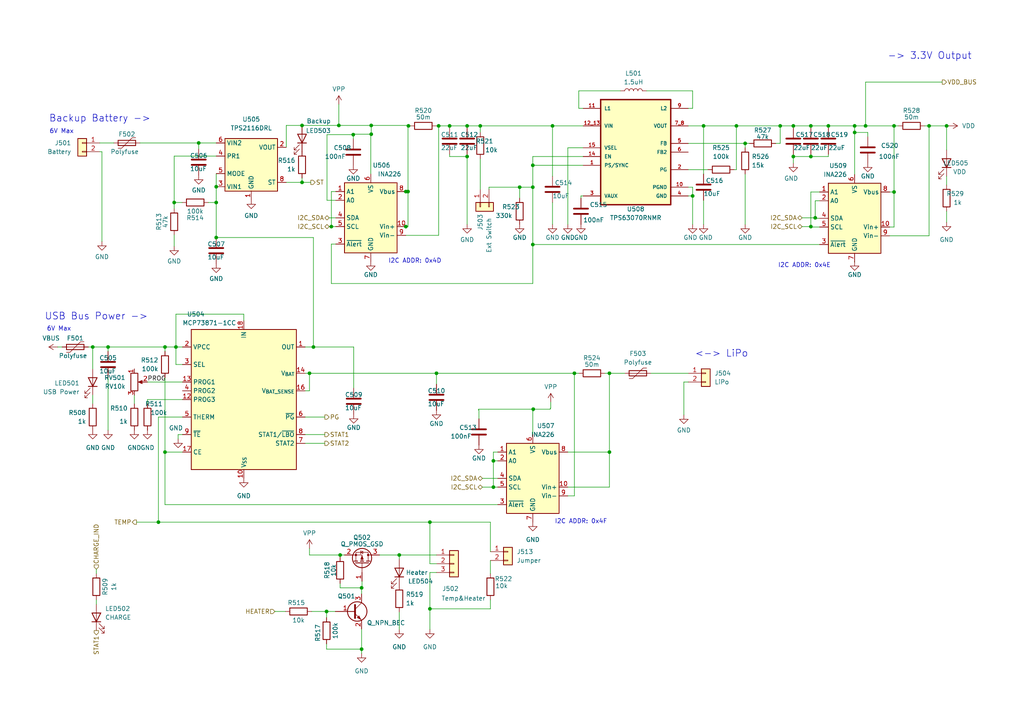
<source format=kicad_sch>
(kicad_sch (version 20231120) (generator "eeschema") (generator_version "8.0")
  (paper "A4")
  (junction (at 50.5208 58.7357))
  (junction (at 89.7638 108.2657))
  (junction (at 51.0288 100.6457))
  (junction (at 135.4838 45.4007))
  (junction (at 104.8768 188.2757))
  (junction (at 160.2488 36.5107))
  (junction (at 90.9068 100.6457))
  (junction (at 118.3388 55.5607))
  (junction (at 259.3088 36.5107))
  (junction (at 235.1788 65.7207))
  (junction (at 226.2888 36.5107))
  (junction (at 139.2938 36.5107))
  (junction (at 96.1138 65.7207))
  (junction (at 236.4488 63.1807))
  (junction (at 98.2728 36.3837))
  (junction (at 200.8888 56.8307))
  (junction (at 31.3438 100.6457))
  (junction (at 117.7038 65.7207))
  (junction (at 62.7128 58.7357))
  (junction (at 216.1288 41.5907))
  (junction (at 62.7128 68.8957))
  (junction (at 57.6328 41.4637))
  (junction (at 104.8768 170.4957))
  (junction (at 230.0988 45.4007))
  (junction (at 247.8788 38.4157))
  (junction (at 143.1038 133.6657))
  (junction (at 166.5988 108.2657))
  (junction (at 107.6708 36.3837))
  (junction (at 94.7168 177.3537))
  (junction (at 124.6888 176.5917))
  (junction (at 274.5488 36.5107))
  (junction (at 204.0638 36.5107))
  (junction (at 47.8538 131.1257))
  (junction (at 115.7988 160.9707))
  (junction (at 126.5938 108.2657))
  (junction (at 154.5338 54.2907))
  (junction (at 143.1038 141.2857))
  (junction (at 154.5338 47.9407))
  (junction (at 269.4688 36.5107))
  (junction (at 154.6608 118.6797))
  (junction (at 259.3088 55.6877))
  (junction (at 135.4838 36.5107))
  (junction (at 62.7128 54.1637))
  (junction (at 240.2588 36.5107))
  (junction (at 213.5888 36.5107))
  (junction (at 251.0538 36.5107))
  (junction (at 230.0988 36.5107))
  (junction (at 45.9488 151.4457))
  (junction (at 235.1788 45.4007))
  (junction (at 176.7588 108.2657))
  (junction (at 107.6708 38.9237))
  (junction (at 124.6888 151.4457))
  (junction (at 87.6048 52.8937))
  (junction (at 98.6538 160.9707))
  (junction (at 150.7238 54.2907))
  (junction (at 154.5338 70.9277))
  (junction (at 118.4658 36.5107))
  (junction (at 26.8988 100.6457))
  (junction (at 102.4638 39.0507))
  (junction (at 127.2288 36.5107))
  (junction (at 117.7038 55.5607))
  (junction (at 47.8538 100.6457))
  (junction (at 176.7588 131.1257))
  (junction (at 235.1788 36.5107))
  (junction (at 130.4038 36.5107))
  (junction (at 247.8788 36.5107))
  (junction (at 87.6048 36.3837))
  (wire (pts (xy 135.4838 36.5107) (xy 135.4838 37.1457)))
  (wire (pts (xy 26.8988 117.1557) (xy 26.8988 114.6157)))
  (wire (pts (xy 115.7988 182.5607) (xy 115.7988 177.4807)))
  (wire (pts (xy 200.8888 54.2907) (xy 200.8888 56.8307)))
  (wire (pts (xy 52.9338 105.7257) (xy 51.0288 105.7257)))
  (wire (pts (xy 60.4268 58.7357) (xy 62.7128 58.7357)))
  (wire (pts (xy 102.4638 38.9237) (xy 107.6708 38.9237)))
  (wire (pts (xy 164.6938 42.8607) (xy 164.6938 65.0857)))
  (wire (pts (xy 31.3438 100.6457) (xy 47.8538 100.6457)))
  (wire (pts (xy 154.5338 119.1877) (xy 154.5338 126.0457)))
  (wire (pts (xy 62.7128 68.8957) (xy 62.7128 58.7357)))
  (wire (pts (xy 52.9338 120.9657) (xy 45.9488 120.9657)))
  (wire (pts (xy 130.4038 44.7657) (xy 130.4038 45.4007)))
  (wire (pts (xy 251.0538 36.5107) (xy 259.3088 36.5107)))
  (wire (pts (xy 79.7308 177.3537) (xy 82.7788 177.3537)))
  (wire (pts (xy 251.0538 23.8107) (xy 251.0538 36.5107)))
  (wire (pts (xy 96.1138 65.7207) (xy 97.3838 65.7207)))
  (wire (pts (xy 159.7408 118.4257) (xy 159.7408 116.6477)))
  (wire (pts (xy 16.7388 100.6457) (xy 18.0088 100.6457)))
  (wire (pts (xy 166.5988 108.2657) (xy 167.8688 108.2657)))
  (wire (pts (xy 175.4888 108.2657) (xy 176.7588 108.2657)))
  (wire (pts (xy 230.0988 36.5107) (xy 235.1788 36.5107)))
  (wire (pts (xy 62.7128 58.7357) (xy 62.7128 54.1637)))
  (wire (pts (xy 159.6138 118.6797) (xy 154.6608 118.6797)))
  (wire (pts (xy 47.8538 100.6457) (xy 47.8538 101.9157)))
  (wire (pts (xy 47.8538 131.1257) (xy 47.8538 146.3657)))
  (wire (pts (xy 135.4838 45.4007) (xy 135.4838 65.0857)))
  (wire (pts (xy 274.5488 64.4507) (xy 274.5488 61.2757)))
  (wire (pts (xy 104.8768 188.2757) (xy 104.8768 182.4337)))
  (wire (pts (xy 235.1788 55.6877) (xy 235.1788 65.7207)))
  (wire (pts (xy 62.7128 45.2737) (xy 50.5208 45.2737)))
  (wire (pts (xy 29.5658 44.0037) (xy 29.5658 70.0387)))
  (wire (pts (xy 235.1788 44.7657) (xy 235.1788 45.4007)))
  (wire (pts (xy 102.5908 100.6457) (xy 102.5908 112.5837)))
  (wire (pts (xy 88.4938 100.6457) (xy 90.9068 100.6457)))
  (wire (pts (xy 50.5208 68.1337) (xy 50.5208 71.4357)))
  (wire (pts (xy 139.9288 138.7457) (xy 144.3738 138.7457)))
  (wire (pts (xy 50.5208 45.2737) (xy 50.5208 58.7357)))
  (wire (pts (xy 235.1788 45.4007) (xy 230.0988 45.4007)))
  (wire (pts (xy 118.4658 36.5107) (xy 118.9738 36.5107)))
  (wire (pts (xy 28.9308 44.0037) (xy 29.5658 44.0037)))
  (wire (pts (xy 28.9308 41.4637) (xy 32.9948 41.4637)))
  (wire (pts (xy 154.6608 118.6797) (xy 154.6608 119.1877)))
  (wire (pts (xy 95.4788 65.7207) (xy 96.1138 65.7207)))
  (wire (pts (xy 88.4938 126.0457) (xy 94.2088 126.0457)))
  (wire (pts (xy 130.4038 36.5107) (xy 135.4838 36.5107)))
  (wire (pts (xy 198.3488 120.3307) (xy 198.3488 110.8057)))
  (wire (pts (xy 117.7038 68.2607) (xy 127.2288 68.2607)))
  (wire (pts (xy 25.6288 100.6457) (xy 26.8988 100.6457)))
  (wire (pts (xy 200.8888 56.8307) (xy 200.8888 65.0857)))
  (wire (pts (xy 89.7638 108.2657) (xy 126.5938 108.2657)))
  (wire (pts (xy 118.4658 36.3837) (xy 118.4658 36.5107)))
  (wire (pts (xy 102.4638 40.3207) (xy 102.4638 39.0507)))
  (wire (pts (xy 232.6388 65.7207) (xy 235.1788 65.7207)))
  (wire (pts (xy 95.4788 63.1807) (xy 97.3838 63.1807)))
  (wire (pts (xy 90.1448 52.8937) (xy 87.6048 52.8937)))
  (wire (pts (xy 102.4638 38.9237) (xy 102.4638 39.0507)))
  (wire (pts (xy 39.5988 151.4457) (xy 45.9488 151.4457)))
  (wire (pts (xy 247.8788 36.5107) (xy 247.8788 38.4157)))
  (wire (pts (xy 236.4488 58.2277) (xy 236.4488 63.1807)))
  (wire (pts (xy 126.5938 108.2657) (xy 126.5938 111.4407)))
  (wire (pts (xy 205.3338 49.2107) (xy 199.6188 49.2107)))
  (wire (pts (xy 115.7988 160.9707) (xy 126.5938 160.9707)))
  (wire (pts (xy 52.9338 131.1257) (xy 47.8538 131.1257)))
  (wire (pts (xy 118.3388 65.7207) (xy 118.3388 55.5607)))
  (wire (pts (xy 124.6888 151.4457) (xy 142.24 151.4457)))
  (wire (pts (xy 240.2588 36.5107) (xy 240.2588 37.1457)))
  (wire (pts (xy 179.9338 26.3507) (xy 167.8688 26.3507)))
  (wire (pts (xy 176.7588 141.2857) (xy 176.7588 131.1257)))
  (wire (pts (xy 87.6048 52.8937) (xy 83.0328 52.8937)))
  (wire (pts (xy 187.5538 26.3507) (xy 200.8888 26.3507)))
  (wire (pts (xy 235.1788 36.5107) (xy 235.1788 37.1457)))
  (wire (pts (xy 247.8788 38.4157) (xy 247.8788 50.6077)))
  (wire (pts (xy 31.3438 100.6457) (xy 31.3438 101.9157)))
  (wire (pts (xy 130.4038 36.5107) (xy 130.4038 37.1457)))
  (wire (pts (xy 138.9128 118.9337) (xy 138.9128 121.4737)))
  (wire (pts (xy 139.2938 36.5107) (xy 160.2488 36.5107)))
  (wire (pts (xy 164.6938 131.1257) (xy 176.7588 131.1257)))
  (wire (pts (xy 94.7168 179.1317) (xy 94.7168 177.3537)))
  (wire (pts (xy 117.7038 55.5607) (xy 118.3388 55.5607)))
  (wire (pts (xy 216.1288 50.4807) (xy 216.1288 65.0857)))
  (wire (pts (xy 166.5988 108.2657) (xy 166.5988 143.8257)))
  (wire (pts (xy 94.8438 58.1007) (xy 94.8438 39.0507)))
  (wire (pts (xy 107.6708 38.9237) (xy 107.6708 39.3047)))
  (wire (pts (xy 240.2588 45.4007) (xy 235.1788 45.4007)))
  (wire (pts (xy 87.6048 52.8937) (xy 87.6048 51.6237)))
  (wire (pts (xy 89.7638 160.9707) (xy 98.6538 160.9707)))
  (wire (pts (xy 27.94 173.99) (xy 27.94 175.26)))
  (wire (pts (xy 107.6708 36.3837) (xy 107.6708 38.9237)))
  (wire (pts (xy 169.1388 42.8607) (xy 164.6938 42.8607)))
  (wire (pts (xy 143.1038 133.6657) (xy 143.1038 141.2857)))
  (wire (pts (xy 97.3838 70.8007) (xy 96.1138 70.8007)))
  (wire (pts (xy 259.3088 65.8477) (xy 259.3088 55.6877)))
  (wire (pts (xy 31.3438 109.5357) (xy 31.3438 124.7757)))
  (wire (pts (xy 176.7588 108.2657) (xy 181.2038 108.2657)))
  (wire (pts (xy 124.6888 176.5917) (xy 124.6888 166.0507)))
  (wire (pts (xy 204.0638 65.0857) (xy 204.0638 58.1007)))
  (wire (pts (xy 94.7168 177.3537) (xy 97.2568 177.3537)))
  (wire (pts (xy 90.9068 100.6457) (xy 102.5908 100.6457)))
  (wire (pts (xy 269.4688 36.5107) (xy 274.5488 36.5107)))
  (wire (pts (xy 251.6888 38.4157) (xy 247.8788 38.4157)))
  (wire (pts (xy 89.7638 159.0657) (xy 89.7638 160.9707)))
  (wire (pts (xy 94.2088 128.5857) (xy 88.4938 128.5857)))
  (wire (pts (xy 247.8788 36.5107) (xy 251.0538 36.5107)))
  (wire (pts (xy 200.8888 56.8307) (xy 199.6188 56.8307)))
  (wire (pts (xy 88.4938 113.3457) (xy 89.7638 113.3457)))
  (wire (pts (xy 89.7638 113.3457) (xy 89.7638 108.2657)))
  (wire (pts (xy 94.7168 188.2757) (xy 104.8768 188.2757)))
  (wire (pts (xy 98.6538 160.9707) (xy 99.9238 160.9707)))
  (wire (pts (xy 104.8768 189.5457) (xy 104.8768 188.2757)))
  (wire (pts (xy 42.7738 117.1557) (xy 42.7738 115.8857)))
  (wire (pts (xy 236.4488 63.3077) (xy 236.4488 63.1807)))
  (wire (pts (xy 154.5338 45.4007) (xy 169.1388 45.4007)))
  (wire (pts (xy 259.3088 36.5107) (xy 259.3088 55.6877)))
  (wire (pts (xy 124.6888 163.5107) (xy 124.6888 151.4457)))
  (wire (pts (xy 138.7858 118.9337) (xy 138.9128 118.9337)))
  (wire (pts (xy 115.7988 162.2407) (xy 115.7988 160.9707)))
  (wire (pts (xy 94.8438 39.0507) (xy 102.4638 39.0507)))
  (wire (pts (xy 226.2888 41.5907) (xy 226.2888 36.5107)))
  (wire (pts (xy 45.9488 120.9657) (xy 45.9488 151.4457)))
  (wire (pts (xy 199.6188 41.5907) (xy 216.1288 41.5907)))
  (wire (pts (xy 98.6538 170.4957) (xy 104.8768 170.4957)))
  (wire (pts (xy 235.1788 65.8477) (xy 235.1788 65.7207)))
  (wire (pts (xy 199.6188 54.2907) (xy 200.8888 54.2907)))
  (wire (pts (xy 118.3388 36.5107) (xy 118.4658 36.5107)))
  (wire (pts (xy 126.5938 163.5107) (xy 124.6888 163.5107)))
  (wire (pts (xy 139.2938 36.5107) (xy 139.2938 38.4157)))
  (wire (pts (xy 213.5888 36.5107) (xy 226.2888 36.5107)))
  (wire (pts (xy 130.4038 45.4007) (xy 135.4838 45.4007)))
  (wire (pts (xy 141.8338 54.9257) (xy 141.8338 54.2907)))
  (wire (pts (xy 105.0038 170.4957) (xy 105.0038 168.5907)))
  (wire (pts (xy 97.3838 55.5607) (xy 96.1138 55.5607)))
  (wire (pts (xy 273.2788 23.8107) (xy 251.0538 23.8107)))
  (wire (pts (xy 274.5488 53.6557) (xy 274.5488 51.1157)))
  (wire (pts (xy 94.7168 186.7517) (xy 94.7168 188.2757)))
  (wire (pts (xy 169.1388 47.9407) (xy 154.5338 47.9407)))
  (wire (pts (xy 199.6188 36.5107) (xy 204.0638 36.5107)))
  (wire (pts (xy 142.24 162.56) (xy 142.24 166.37)))
  (wire (pts (xy 87.6048 36.3837) (xy 98.2728 36.3837)))
  (wire (pts (xy 259.3088 36.5107) (xy 260.5788 36.5107)))
  (wire (pts (xy 96.1138 55.5607) (xy 96.1138 65.7207)))
  (wire (pts (xy 98.6538 169.2257) (xy 98.6538 170.4957)))
  (wire (pts (xy 88.4938 120.9657) (xy 94.2088 120.9657)))
  (wire (pts (xy 235.1788 65.8477) (xy 237.7188 65.8477)))
  (wire (pts (xy 159.6138 118.4257) (xy 159.6138 118.6797)))
  (wire (pts (xy 230.0988 45.4007) (xy 230.0988 44.7657)))
  (wire (pts (xy 159.6138 118.4257) (xy 159.7408 118.4257)))
  (wire (pts (xy 51.6638 127.3157) (xy 51.6638 126.0457)))
  (wire (pts (xy 240.2588 36.5107) (xy 247.8788 36.5107)))
  (wire (pts (xy 45.9488 151.4457) (xy 124.6888 151.4457)))
  (wire (pts (xy 142.24 176.5917) (xy 142.24 173.99)))
  (wire (pts (xy 139.9288 141.2857) (xy 143.1038 141.2857)))
  (wire (pts (xy 117.7038 65.7207) (xy 118.3388 65.7207)))
  (wire (pts (xy 269.4688 68.3877) (xy 269.4688 36.5107)))
  (wire (pts (xy 51.6638 126.0457) (xy 52.9338 126.0457)))
  (wire (pts (xy 274.5488 36.5107) (xy 275.1838 36.5107)))
  (wire (pts (xy 268.1988 36.5107) (xy 269.4688 36.5107)))
  (wire (pts (xy 83.0328 36.3837) (xy 87.6048 36.3837)))
  (wire (pts (xy 107.5438 39.3047) (xy 107.5438 50.4807)))
  (wire (pts (xy 164.6938 143.8257) (xy 166.5988 143.8257)))
  (wire (pts (xy 188.8238 108.2657) (xy 199.6188 108.2657)))
  (wire (pts (xy 138.7858 118.9337) (xy 138.7858 118.6797)))
  (wire (pts (xy 141.8338 54.2907) (xy 150.7238 54.2907)))
  (wire (pts (xy 135.4838 44.7657) (xy 135.4838 45.4007)))
  (wire (pts (xy 240.2588 44.7657) (xy 240.2588 45.4007)))
  (wire (pts (xy 204.0638 36.5107) (xy 213.5888 36.5107)))
  (wire (pts (xy 200.8888 31.4307) (xy 199.6188 31.4307)))
  (wire (pts (xy 51.0288 105.7257) (xy 51.0288 100.6457)))
  (wire (pts (xy 98.2728 36.3837) (xy 107.6708 36.3837)))
  (wire (pts (xy 225.0188 41.5907) (xy 226.2888 41.5907)))
  (wire (pts (xy 198.3488 110.8057) (xy 199.6188 110.8057)))
  (wire (pts (xy 164.6938 141.2857) (xy 176.7588 141.2857)))
  (wire (pts (xy 47.8538 146.3657) (xy 144.3738 146.3657)))
  (wire (pts (xy 167.8688 31.4307) (xy 169.1388 31.4307)))
  (wire (pts (xy 230.0988 36.5107) (xy 230.0988 37.1457)))
  (wire (pts (xy 47.8538 109.5357) (xy 47.8538 131.1257)))
  (wire (pts (xy 212.9538 49.2107) (xy 213.5888 49.2107)))
  (wire (pts (xy 258.0388 65.8477) (xy 259.3088 65.8477)))
  (wire (pts (xy 107.6708 39.3047) (xy 107.5438 39.3047)))
  (wire (pts (xy 70.7138 91.1207) (xy 70.7138 93.0257)))
  (wire (pts (xy 143.1038 133.6657) (xy 143.1038 131.1257)))
  (wire (pts (xy 124.6888 182.5607) (xy 124.6888 176.5917)))
  (wire (pts (xy 127.2288 68.2607) (xy 127.2288 36.5107)))
  (wire (pts (xy 97.3838 58.1007) (xy 94.8438 58.1007)))
  (wire (pts (xy 104.8768 170.4957) (xy 105.0038 170.4957)))
  (wire (pts (xy 126.5938 36.5107) (xy 127.2288 36.5107)))
  (wire (pts (xy 154.5338 82.2307) (xy 154.5338 70.9277)))
  (wire (pts (xy 42.7738 110.8057) (xy 52.9338 110.8057)))
  (wire (pts (xy 154.5338 47.9407) (xy 154.5338 54.2907)))
  (wire (pts (xy 154.6608 119.1877) (xy 154.5338 119.1877)))
  (wire (pts (xy 160.2488 36.5107) (xy 169.1388 36.5107)))
  (wire (pts (xy 96.1138 82.2307) (xy 154.5338 82.2307)))
  (wire (pts (xy 98.6538 160.9707) (xy 98.6538 161.6057)))
  (wire (pts (xy 213.5888 49.2107) (xy 213.5888 36.5107)))
  (wire (pts (xy 160.2488 58.7357) (xy 160.2488 65.0857)))
  (wire (pts (xy 96.1138 70.8007) (xy 96.1138 82.2307)))
  (wire (pts (xy 124.6888 176.5917) (xy 142.24 176.5917)))
  (wire (pts (xy 143.1038 141.2857) (xy 144.3738 141.2857)))
  (wire (pts (xy 83.0328 42.7337) (xy 83.0328 36.3837)))
  (wire (pts (xy 160.2488 51.1157) (xy 160.2488 36.5107)))
  (wire (pts (xy 107.6708 36.3837) (xy 118.4658 36.3837)))
  (wire (pts (xy 168.5038 57.4657) (xy 168.5038 56.8307)))
  (wire (pts (xy 154.5338 45.4007) (xy 154.5338 47.9407)))
  (wire (pts (xy 247.8788 76.0077) (xy 247.8788 75.8807)))
  (wire (pts (xy 47.8538 100.6457) (xy 51.0288 100.6457)))
  (wire (pts (xy 50.5208 58.7357) (xy 50.5208 60.5137)))
  (wire (pts (xy 235.1788 55.6877) (xy 237.7188 55.6877)))
  (wire (pts (xy 124.6888 166.0507) (xy 126.5938 166.0507)))
  (wire (pts (xy 57.6328 41.4637) (xy 57.6328 43.2417)))
  (wire (pts (xy 26.8988 100.6457) (xy 26.8988 106.9957)))
  (wire (pts (xy 150.7238 54.2907) (xy 154.5338 54.2907)))
  (wire (pts (xy 42.7738 115.8857) (xy 52.9338 115.8857)))
  (wire (pts (xy 138.7858 118.6797) (xy 154.6608 118.6797)))
  (wire (pts (xy 51.0288 91.1207) (xy 51.0288 100.6457)))
  (wire (pts (xy 144.3738 133.6657) (xy 143.1038 133.6657)))
  (wire (pts (xy 27.94 165.1) (xy 27.94 166.37)))
  (wire (pts (xy 143.1038 131.1257) (xy 144.3738 131.1257)))
  (wire (pts (xy 88.4938 108.2657) (xy 89.7638 108.2657)))
  (wire (pts (xy 200.8888 26.3507) (xy 200.8888 31.4307)))
  (wire (pts (xy 90.9068 68.8957) (xy 90.9068 100.6457)))
  (wire (pts (xy 168.5038 56.8307) (xy 169.1388 56.8307)))
  (wire (pts (xy 50.5208 58.7357) (xy 52.8068 58.7357)))
  (wire (pts (xy 139.2938 46.0357) (xy 139.2938 54.9257)))
  (wire (pts (xy 230.0988 45.4007) (xy 230.0988 47.3057)))
  (wire (pts (xy 251.6888 39.6857) (xy 251.6888 38.4157)))
  (wire (pts (xy 235.1788 36.5107) (xy 240.2588 36.5107)))
  (wire (pts (xy 167.8688 26.3507) (xy 167.8688 31.4307)))
  (wire (pts (xy 117.0688 55.5607) (xy 117.7038 55.5607)))
  (wire (pts (xy 237.7188 58.2277) (xy 236.4488 58.2277)))
  (wire (pts (xy 40.6148 41.4637) (xy 57.6328 41.4637)))
  (wire (pts (xy 142.24 151.4457) (xy 142.24 160.02)))
  (wire (pts (xy 176.7588 131.1257) (xy 176.7588 108.2657)))
  (wire (pts (xy 216.1288 42.8607) (xy 216.1288 41.5907)))
  (wire (pts (xy 216.1288 41.5907) (xy 217.3988 41.5907)))
  (wire (pts (xy 98.2728 30.2877) (xy 98.2728 36.3837)))
  (wire (pts (xy 154.5338 70.9277) (xy 237.7188 70.9277)))
  (wire (pts (xy 236.4488 63.3077) (xy 237.7188 63.3077)))
  (wire (pts (xy 117.0688 65.7207) (xy 117.7038 65.7207)))
  (wire (pts (xy 104.8768 170.4957) (xy 104.8768 172.2737)))
  (wire (pts (xy 26.8988 100.6457) (xy 31.3438 100.6457)))
  (wire (pts (xy 232.6388 63.1807) (xy 236.4488 63.1807)))
  (wire (pts (xy 154.5338 54.2907) (xy 154.5338 70.9277)))
  (wire (pts (xy 57.6328 41.4637) (xy 62.7128 41.4637)))
  (wire (pts (xy 258.0388 55.6877) (xy 259.3088 55.6877)))
  (wire (pts (xy 62.7128 50.3537) (xy 62.7128 54.1637)))
  (wire (pts (xy 51.0288 100.6457) (xy 52.9338 100.6457)))
  (wire (pts (xy 90.3988 177.3537) (xy 94.7168 177.3537)))
  (wire (pts (xy 150.7238 54.2907) (xy 150.7238 57.4657)))
  (wire (pts (xy 135.4838 36.5107) (xy 139.2938 36.5107)))
  (wire (pts (xy 274.5488 36.5107) (xy 274.5488 43.4957)))
  (wire (pts (xy 204.0638 36.5107) (xy 204.0638 50.4807)))
  (wire (pts (xy 110.0838 160.9707) (xy 115.7988 160.9707)))
  (wire (pts (xy 38.9638 117.1557) (xy 38.9638 114.6157)))
  (wire (pts (xy 226.2888 36.5107) (xy 230.0988 36.5107)))
  (wire (pts (xy 127.2288 36.5107) (xy 130.4038 36.5107)))
  (wire (pts (xy 62.7128 68.8957) (xy 90.9068 68.8957)))
  (wire (pts (xy 126.5938 108.2657) (xy 166.5988 108.2657)))
  (wire (pts (xy 258.0388 68.3877) (xy 269.4688 68.3877)))
  (wire (pts (xy 70.7138 91.1207) (xy 51.0288 91.1207)))
  (wire (pts (xy 118.3388 36.5107) (xy 118.3388 55.5607)))
  (text "6V Max" (at 13.5638 96.2007 0) (effects (font (size 1.27 1.27)) (justify left bottom)))
  (text "6V Max" (at 14.3258 38.9237 0) (effects (font (size 1.27 1.27)) (justify left bottom)))
  (text "I2C ADDR: 0x4D" (at 112.6238 76.5157 0) (effects (font (size 1.27 1.27)) (justify left bottom)))
  (text "-> 3.3V Output" (at 257.4038 17.4607 0) (effects (font (size 2 2)) (justify left bottom)))
  (text "Backup Battery ->" (at 14.1988 35.6217 0) (effects (font (size 2 2)) (justify left bottom)))
  (text "USB Bus Power ->" (at 12.9288 93.0257 0) (effects (font (size 2 2)) (justify left bottom)))
  (text "I2C ADDR: 0x4E" (at 225.6538 77.7857 0) (effects (font (size 1.27 1.27)) (justify left bottom)))
  (text "<-> LiPo" (at 201.5238 103.8207 0) (effects (font (size 2 2)) (justify left bottom)))
  (text "I2C ADDR: 0x4F" (at 160.8838 152.0807 0) (effects (font (size 1.27 1.27)) (justify left bottom)))
  (label "PROG" (at 42.7738 110.8057 0))
  (hierarchical_label "VDD_BUS" (shape output) (at 273.2788 23.8107 0))
  (hierarchical_label "I2C_SDA" (shape bidirectional) (at 95.4788 63.1807 180))
  (hierarchical_label "STAT2" (shape output) (at 94.2088 128.5857 0))
  (hierarchical_label "TEMP" (shape output) (at 39.5988 151.4457 180))
  (hierarchical_label "CHARGE_IND" (shape input) (at 27.94 165.1 90))
  (hierarchical_label "I2C_SDA" (shape bidirectional) (at 139.9288 138.7457 180))
  (hierarchical_label "I2C_SDA" (shape bidirectional) (at 232.6388 63.1807 180))
  (hierarchical_label "PG" (shape output) (at 94.2088 120.9657 0))
  (hierarchical_label "STAT1" (shape output) (at 27.94 182.88 270))
  (hierarchical_label "STAT1" (shape output) (at 94.2088 126.0457 0))
  (hierarchical_label "ST" (shape output) (at 90.1448 52.8937 0))
  (hierarchical_label "I2C_SCL" (shape bidirectional) (at 232.6388 65.7207 180))
  (hierarchical_label "I2C_SCL" (shape bidirectional) (at 95.4788 65.7207 180))
  (hierarchical_label "I2C_SCL" (shape bidirectional) (at 139.9288 141.2857 180))
  (hierarchical_label "HEATER" (shape input) (at 79.7308 177.3537 180))
  (symbol (lib_id "Device:C") (at 130.4038 40.9557 0) (unit 1)
    (property "Reference" "C511" (at 127.8638 39.0507 0) (effects (justify left)))
    (property "Value" "22uF" (at 127.8638 42.8607 0) (effects (justify left)))
    (property "Footprint" "Capacitor_SMD:C_0805_2012Metric" (effects (hide yes)))
    (property "LCSC" "C45783" (effects (hide yes)))
    (instances (project "MissionBus" (path "" (reference "C511") (unit 1))) (project "MissionBus" (path "" (reference "C2807") (unit 1))))
  )
  (symbol (lib_id "Sensor_Energy:INA226") (at 154.5338 138.7457 0) (mirror y) (unit 1)
    (property "Reference" "U507" (at 160.8838 123.5057 0) (effects (justify left)))
    (property "Value" "INA226" (at 160.8838 126.0457 0) (effects (justify left)))
    (property "Footprint" "Package_SO:VSSOP-10_3x3mm_P0.5mm" (effects (hide yes)))
    (property "Datasheet" "http://www.ti.com/lit/ds/symlink/ina226.pdf" (effects (hide yes)))
    (property "LCSC" "C49851" (effects (hide yes)))
    (instances (project "MissionBus" (path "" (reference "U507") (unit 1))) (project "MissionBus" (path "" (reference "U2804") (unit 1))))
  )
  (symbol (lib_id "Sensor_Energy:INA226") (at 247.8788 63.3077 0) (mirror y) (unit 1)
    (property "Reference" "U509" (at 245.6847 48.0677 0) (effects (justify left)))
    (property "Value" "INA226" (at 245.6847 50.6077 0) (effects (justify left)))
    (property "Footprint" "Package_SO:VSSOP-10_3x3mm_P0.5mm" (effects (hide yes)))
    (property "Datasheet" "http://www.ti.com/lit/ds/symlink/ina226.pdf" (effects (hide yes)))
    (property "LCSC" "C49851" (effects (hide yes)))
    (instances (project "MissionBus" (path "" (reference "U509") (unit 1))) (project "MissionBus" (path "" (reference "U2806") (unit 1))))
  )
  (symbol (lib_id "Device:C") (at 230.0988 40.9557 0) (unit 1)
    (property "Reference" "C517" (at 230.7338 39.0507 0) (effects (justify left)))
    (property "Value" "22uF" (at 230.0988 42.8607 0) (effects (justify left)))
    (property "Footprint" "Capacitor_SMD:C_0805_2012Metric" (effects (hide yes)))
    (property "LCSC" "C45783" (effects (hide yes)))
    (instances (project "MissionBus" (path "" (reference "C517") (unit 1))) (project "MissionBus" (path "" (reference "C2813") (unit 1))))
  )
  (symbol (lib_id "power:GND") (at 42.7738 124.7757 0) (unit 1)
    (property "Reference" "#PWR0528" (effects (hide yes)))
    (property "Value" "GND" (at 42.7738 129.8557 0))
    (instances (project "MissionBus" (path "" (reference "#PWR0528") (unit 1))) (project "MissionBus" (path "" (reference "#PWR02806") (unit 1))))
  )
  (symbol (lib_id "power:GND") (at 38.9638 124.7757 0) (unit 1)
    (property "Reference" "#PWR0527" (effects (hide yes)))
    (property "Value" "GND" (at 38.9638 129.8557 0))
    (instances (project "MissionBus" (path "" (reference "#PWR0527") (unit 1))) (project "MissionBus" (path "" (reference "#PWR02805") (unit 1))))
  )
  (symbol (lib_id "Device:R") (at 42.7738 120.9657 0) (mirror y) (unit 1)
    (property "Reference" "R511" (at 47.2188 117.1557 0) (effects (justify left)))
    (property "Value" "100k" (at 48.4888 119.6957 0) (effects (justify left)))
    (property "Footprint" "Resistor_SMD:R_0402_1005Metric" (effects (hide yes)))
    (property "LCSC" "C25741" (effects (hide yes)))
    (instances (project "MissionBus" (path "" (reference "R511") (unit 1))) (project "MissionBus" (path "" (reference "R2804") (unit 1))))
  )
  (symbol (lib_id "Power_Management:TPS2116DRL") (at 72.8728 47.8137 0) (unit 1)
    (property "Reference" "U505" (at 72.8728 34.6057 0))
    (property "Value" "TPS2116DRL" (at 72.8728 37.1457 0))
    (property "Footprint" "Package_TO_SOT_SMD:SOT-583-8" (effects (hide yes)))
    (property "Datasheet" "https://www.ti.com/lit/ds/symlink/tps2116.pdf" (effects (hide yes)))
    (property "Description" "2 Channnels Power Mux with Manual and Priority Switchover, 1.6-5.5V Input Voltage, 2.5A Output Current, Ron 40 mOhm, SOT-583-8" (effects (hide yes)))
    (property "LCSC" "C3235557" (effects (hide yes)))
    (instances (project "MissionBus" (path "" (reference "U505") (unit 1))) (project "MissionBus" (path "" (reference "U2802") (unit 1))))
  )
  (symbol (lib_id "Device:C") (at 251.6888 43.4957 0) (unit 1)
    (property "Reference" "C520" (at 255.4988 42.2257 0) (effects (justify left)))
    (property "Value" "100nF" (at 254.8638 45.4007 0) (effects (justify left)))
    (property "Footprint" "Capacitor_SMD:C_0402_1005Metric" (effects (hide yes)))
    (property "LCSC" "C1525" (effects (hide yes)))
    (instances (project "MissionBus" (path "" (reference "C520") (unit 1))) (project "MissionBus" (path "" (reference "C2816") (unit 1))))
  )
  (symbol (lib_id "power:VPP") (at 98.2728 30.2877 0) (unit 1)
    (property "Reference" "#PWR0536" (effects (hide yes)))
    (property "Value" "VPP" (at 98.2728 25.8427 0))
    (instances (project "MissionBus" (path "" (reference "#PWR0536") (unit 1))) (project "MissionBus" (path "" (reference "#PWR02814") (unit 1))))
  )
  (symbol (lib_id "Device:C") (at 138.9128 125.2837 0) (unit 1)
    (property "Reference" "C513" (at 133.1978 124.0137 0) (effects (justify left)))
    (property "Value" "100nF" (at 130.6578 126.5537 0) (effects (justify left)))
    (property "Footprint" "Capacitor_SMD:C_0402_1005Metric" (effects (hide yes)))
    (property "LCSC" "C1525" (effects (hide yes)))
    (instances (project "MissionBus" (path "" (reference "C513") (unit 1))) (project "MissionBus" (path "" (reference "C2809") (unit 1))))
  )
  (symbol (lib_name "GND_1") (lib_id "power:GND") (at 50.5208 71.4357 0) (unit 1)
    (property "Reference" "#PWR0529" (effects (hide yes)))
    (property "Value" "GND" (at 50.5208 75.7537 0))
    (property "Description" "Power symbol creates a global label with name \"GND\" , ground" (effects (hide yes)))
    (instances (project "MissionBus" (path "" (reference "#PWR0529") (unit 1))) (project "MissionBus" (path "" (reference "#PWR02807") (unit 1))))
  )
  (symbol (lib_id "Device:R") (at 122.7838 36.5107 90) (unit 1)
    (property "Reference" "R520" (at 122.7838 32.0657 90))
    (property "Value" "50m" (at 122.7838 33.9707 90))
    (property "Footprint" "Resistor_SMD:R_0805_2012Metric" (effects (hide yes)))
    (property "LCSC" "C247602" (effects (hide yes)))
    (instances (project "MissionBus" (path "" (reference "R520") (unit 1))) (project "MissionBus" (path "" (reference "R2813") (unit 1))))
  )
  (symbol (lib_id "power:GND") (at 104.8768 189.5457 0) (unit 1)
    (property "Reference" "#PWR0539" (effects (hide yes)))
    (property "Value" "GND" (at 104.8768 194.6257 0))
    (instances (project "MissionBus" (path "" (reference "#PWR0539") (unit 1))) (project "MissionBus" (path "" (reference "#PWR02817") (unit 1))))
  )
  (symbol (lib_id "power:GND") (at 160.2488 65.0857 0) (unit 1)
    (property "Reference" "#PWR0549" (effects (hide yes)))
    (property "Value" "GND" (at 160.2488 68.8957 0))
    (instances (project "MissionBus" (path "" (reference "#PWR0549") (unit 1))) (project "MissionBus" (path "" (reference "#PWR02827") (unit 1))))
  )
  (symbol (lib_id "Battery_Management:MCP73871-1CC") (at 70.7138 115.8857 0) (unit 1)
    (property "Reference" "U504" (at 54.2038 91.1207 0) (effects (justify left)))
    (property "Value" "MCP73871-1CC" (at 52.9338 93.6607 0) (effects (justify left)))
    (property "Footprint" "Package_DFN_QFN:QFN-20-1EP_4x4mm_P0.5mm_EP2.5x2.5mm" (effects (hide yes)))
    (property "Datasheet" "http://www.mouser.com/ds/2/268/22090a-52174.pdf" (effects (hide yes)))
    (property "LCSC" " C511310" (effects (hide yes)))
    (instances (project "MissionBus" (path "" (reference "U504") (unit 1))) (project "MissionBus" (path "" (reference "U2801") (unit 1))))
  )
  (symbol (lib_name "GND_1") (lib_id "power:GND") (at 57.6328 50.8617 0) (unit 1)
    (property "Reference" "#PWR0531" (effects (hide yes)))
    (property "Value" "GND" (at 57.6328 55.1797 0))
    (property "Description" "Power symbol creates a global label with name \"GND\" , ground" (effects (hide yes)))
    (instances (project "MissionBus" (path "" (reference "#PWR0531") (unit 1))) (project "MissionBus" (path "" (reference "#PWR02809") (unit 1))))
  )
  (symbol (lib_id "Device:C") (at 62.7128 72.7057 0) (unit 1)
    (property "Reference" "C507" (at 60.1728 70.8007 0) (effects (justify left)))
    (property "Value" "10uF" (at 60.1728 74.6107 0) (effects (justify left)))
    (property "Footprint" "Capacitor_SMD:C_0603_1608Metric" (effects (hide yes)))
    (property "LCSC" "C96446" (effects (hide yes)))
    (instances (project "MissionBus" (path "" (reference "C507") (unit 1))) (project "MissionBus" (path "" (reference "C2803") (unit 1))))
  )
  (symbol (lib_id "power:GND") (at 274.5488 64.4507 0) (unit 1)
    (property "Reference" "#PWR0559" (effects (hide yes)))
    (property "Value" "GND" (at 274.5488 69.5307 0))
    (instances (project "MissionBus" (path "" (reference "#PWR0559") (unit 1))) (project "MissionBus" (path "" (reference "#PWR02837") (unit 1))))
  )
  (symbol (lib_id "Connector_Generic:Conn_01x03") (at 131.6738 163.5107 0) (unit 1)
    (property "Reference" "J502" (at 128.2448 170.7497 0) (effects (justify left)))
    (property "Value" "Temp&Heater" (at 127.9908 173.5437 0) (effects (justify left)))
    (property "Footprint" "Connector_JST:JST_PH_B3B-PH-K_1x03_P2.00mm_Vertical" (effects (hide yes)))
    (instances (project "MissionBus" (path "" (reference "J502") (unit 1))) (project "MissionBus" (path "" (reference "J2802") (unit 1))))
  )
  (symbol (lib_id "Device:Q_NPN_BEC") (at 102.3368 177.3537 0) (unit 1)
    (property "Reference" "Q501" (at 97.8918 172.9087 0) (effects (justify left)))
    (property "Value" "Q_NPN_BEC" (at 106.4008 180.6557 0) (effects (justify left)))
    (property "Footprint" "Package_TO_SOT_SMD:SOT-23" (effects (hide yes)))
    (property "LCSC" "C20526" (effects (hide yes)))
    (instances (project "MissionBus" (path "" (reference "Q501") (unit 1))) (project "MissionBus" (path "" (reference "Q2801") (unit 1))))
  )
  (symbol (lib_id "power:GND") (at 124.6888 182.5607 0) (unit 1)
    (property "Reference" "#PWR0542" (effects (hide yes)))
    (property "Value" "GND" (at 124.6888 187.6407 0))
    (instances (project "MissionBus" (path "" (reference "#PWR0542") (unit 1))) (project "MissionBus" (path "" (reference "#PWR02820") (unit 1))))
  )
  (symbol (lib_id "Device:C") (at 102.5908 116.3937 0) (unit 1)
    (property "Reference" "C509" (at 100.0508 114.4887 0) (effects (justify left)))
    (property "Value" "10uF" (at 100.0508 118.2987 0) (effects (justify left)))
    (property "Footprint" "Capacitor_SMD:C_0603_1608Metric" (effects (hide yes)))
    (property "LCSC" "C96446" (effects (hide yes)))
    (instances (project "MissionBus" (path "" (reference "C509") (unit 1))) (project "MissionBus" (path "" (reference "C2805") (unit 1))))
  )
  (symbol (lib_id "Device:C") (at 240.2588 40.9557 0) (unit 1)
    (property "Reference" "C519" (at 240.8938 39.0507 0) (effects (justify left)))
    (property "Value" "22uF" (at 240.2588 42.8607 0) (effects (justify left)))
    (property "Footprint" "Capacitor_SMD:C_0805_2012Metric" (effects (hide yes)))
    (property "LCSC" "C45783" (effects (hide yes)))
    (instances (project "MissionBus" (path "" (reference "C519") (unit 1))) (project "MissionBus" (path "" (reference "C2815") (unit 1))))
  )
  (symbol (lib_id "Device:LED") (at 27.94 179.07 90) (unit 1)
    (property "Reference" "LED502" (at 30.48 176.53 90) (effects (justify right)))
    (property "Value" "CHARGE" (at 30.48 179.07 90) (effects (justify right)))
    (property "Footprint" "LED_SMD:LED_0805_2012Metric" (effects (hide yes)))
    (property "LCSC" "C2296" (effects (hide yes)))
    (instances (project "MissionBus" (path "" (reference "LED502") (unit 1))) (project "MissionBus" (path "" (reference "LED2802") (unit 1))))
  )
  (symbol (lib_id "power:GND") (at 31.3438 124.7757 0) (unit 1)
    (property "Reference" "#PWR0526" (effects (hide yes)))
    (property "Value" "GND" (at 31.3438 129.8557 0))
    (instances (project "MissionBus" (path "" (reference "#PWR0526") (unit 1))) (project "MissionBus" (path "" (reference "#PWR02804") (unit 1))))
  )
  (symbol (lib_id "power:GND") (at 115.7988 182.5607 0) (unit 1)
    (property "Reference" "#PWR0541" (effects (hide yes)))
    (property "Value" "GND" (at 115.7988 187.6407 0))
    (instances (project "MissionBus" (path "" (reference "#PWR0541") (unit 1))) (project "MissionBus" (path "" (reference "#PWR02819") (unit 1))))
  )
  (symbol (lib_id "Device:C") (at 102.4638 44.1307 0) (unit 1)
    (property "Reference" "C508" (at 96.7488 42.8607 0) (effects (justify left)))
    (property "Value" "100nF" (at 94.2088 45.4007 0) (effects (justify left)))
    (property "Footprint" "Capacitor_SMD:C_0402_1005Metric" (effects (hide yes)))
    (property "LCSC" "C1525" (effects (hide yes)))
    (instances (project "MissionBus" (path "" (reference "C508") (unit 1))) (project "MissionBus" (path "" (reference "C2804") (unit 1))))
  )
  (symbol (lib_id "Device:LED") (at 26.8988 110.8057 270) (mirror x) (unit 1)
    (property "Reference" "LED501" (at 23.0888 111.1232 90) (effects (justify right)))
    (property "Value" "USB Power" (at 23.0888 113.6632 90) (effects (justify right)))
    (property "Footprint" "LED_SMD:LED_0805_2012Metric" (effects (hide yes)))
    (property "LCSC" "C2297" (effects (hide yes)))
    (instances (project "MissionBus" (path "" (reference "LED501") (unit 1))) (project "MissionBus" (path "" (reference "LED2801") (unit 1))))
  )
  (symbol (lib_id "power:GND") (at 251.6888 47.3057 0) (unit 1)
    (property "Reference" "#PWR0558" (effects (hide yes)))
    (property "Value" "GND" (at 251.6888 51.1157 0))
    (instances (project "MissionBus" (path "" (reference "#PWR0558") (unit 1))) (project "MissionBus" (path "" (reference "#PWR02836") (unit 1))))
  )
  (symbol (lib_id "WOBCLibrary:TPS63070RNMR") (at 184.3788 44.1307 0) (unit 1)
    (property "Reference" "U508" (at 184.3788 60.6407 0))
    (property "Value" "TPS63070RNMR" (at 184.3788 63.1807 0))
    (property "Footprint" "WOBCLibrary:VREG_TPS63070RNMR" (effects (hide yes)))
    (property "Description" "Wide input voltage (2V-16V) buck-boost converter" (effects (hide yes)))
    (property "MF" "Texas Instruments" (effects (hide yes)))
    (property "Package" "VQFN-HR-15 Texas Instruments" (effects (hide yes)))
    (property "Price" "None" (effects (hide yes)))
    (property "SnapEDA_Link" "https://www.snapeda.com/parts/TPS63070RNMR/Texas+Instruments/view-part/?ref=snap" (effects (hide yes)))
    (property "MP" "TPS63070RNMR" (effects (hide yes)))
    (property "Purchase-URL" "https://www.snapeda.com/api/url_track_click_mouser/?unipart_id=583017&manufacturer=Texas Instruments&part_name=TPS63070RNMR&search_term=None" (effects (hide yes)))
    (property "Availability" "In Stock" (effects (hide yes)))
    (property "Check_prices" "https://www.snapeda.com/parts/TPS63070RNMR/Texas+Instruments/view-part/?ref=eda" (effects (hide yes)))
    (property "LCSC" "C109322" (effects (hide yes)))
    (instances (project "MissionBus" (path "" (reference "U508") (unit 1))) (project "MissionBus" (path "" (reference "U2805") (unit 1))))
  )
  (symbol (lib_id "Device:Polyfuse") (at 36.8048 41.4637 90) (unit 1)
    (property "Reference" "F502" (at 36.8048 38.9237 90))
    (property "Value" "Polyfuse" (at 36.1698 44.0037 90))
    (property "Footprint" "Fuse:Fuse_1206_3216Metric" (effects (hide yes)))
    (property "Description" "Resettable fuse, polymeric positive temperature coefficient" (effects (hide yes)))
    (property "LCSC" " C883133" (effects (hide yes)))
    (instances (project "MissionBus" (path "" (reference "F502") (unit 1))) (project "MissionBus" (path "" (reference "F2802") (unit 1))))
  )
  (symbol (lib_id "Device:R") (at 86.5888 177.3537 270) (unit 1)
    (property "Reference" "R515" (at 85.9538 174.8137 90))
    (property "Value" "10k" (at 86.5888 179.8937 90))
    (property "Footprint" "Resistor_SMD:R_0402_1005Metric" (effects (hide yes)))
    (property "LCSC" "C25744" (effects (hide yes)))
    (instances (project "MissionBus" (path "" (reference "R515") (unit 1))) (project "MissionBus" (path "" (reference "R2808") (unit 1))))
  )
  (symbol (lib_id "Connector_Generic:Conn_01x02") (at 147.32 160.02 0) (unit 1)
    (property "Reference" "J513" (at 149.86 160.0199 0) (effects (justify left)))
    (property "Value" "Jumper" (at 149.86 162.5599 0) (effects (justify left)))
    (property "Footprint" "Connector_PinHeader_1.27mm:PinHeader_1x02_P1.27mm_Vertical" (effects (hide yes)))
    (property "Description" "Generic connector, single row, 01x02, script generated (kicad-library-utils/schlib/autogen/connector/)" (effects (hide yes)))
    (instances (project "MissionBus" (path "" (reference "J513") (unit 1))) (project "MissionBus" (path "" (reference "J2804") (unit 1))))
  )
  (symbol (lib_id "power:GND") (at 154.5338 151.4457 0) (unit 1)
    (property "Reference" "#PWR0547" (effects (hide yes)))
    (property "Value" "GND" (at 154.5338 156.5257 0))
    (instances (project "MissionBus" (path "" (reference "#PWR0547") (unit 1))) (project "MissionBus" (path "" (reference "#PWR02825") (unit 1))))
  )
  (symbol (lib_id "Device:R") (at 221.2088 41.5907 90) (unit 1)
    (property "Reference" "R527" (at 221.2088 37.7807 90))
    (property "Value" "47k" (at 221.2088 39.6857 90))
    (property "Footprint" "Resistor_SMD:R_0402_1005Metric" (effects (hide yes)))
    (property "LCSC" "C25792" (effects (hide yes)))
    (instances (project "MissionBus" (path "" (reference "R527") (unit 1))) (project "MissionBus" (path "" (reference "R2820") (unit 1))))
  )
  (symbol (lib_id "Device:C") (at 168.5038 61.2757 0) (unit 1)
    (property "Reference" "C515" (at 171.0438 59.3707 0) (effects (justify left)))
    (property "Value" "100nF" (at 169.1388 63.8157 0) (effects (justify left)))
    (property "Footprint" "Capacitor_SMD:C_0402_1005Metric" (effects (hide yes)))
    (property "LCSC" "C1525" (effects (hide yes)))
    (instances (project "MissionBus" (path "" (reference "C515") (unit 1))) (project "MissionBus" (path "" (reference "C2811") (unit 1))))
  )
  (symbol (lib_id "power:GND") (at 150.7238 65.0857 0) (unit 1)
    (property "Reference" "#PWR0546" (effects (hide yes)))
    (property "Value" "GND" (at 150.7238 68.8957 0))
    (instances (project "MissionBus" (path "" (reference "#PWR0546") (unit 1))) (project "MissionBus" (path "" (reference "#PWR02824") (unit 1))))
  )
  (symbol (lib_id "power:GND") (at 138.9128 129.0937 0) (unit 1)
    (property "Reference" "#PWR0545" (effects (hide yes)))
    (property "Value" "GND" (at 138.9128 132.9037 0))
    (instances (project "MissionBus" (path "" (reference "#PWR0545") (unit 1))) (project "MissionBus" (path "" (reference "#PWR02823") (unit 1))))
  )
  (symbol (lib_id "Device:R") (at 47.8538 105.7257 0) (mirror y) (unit 1)
    (property "Reference" "R512" (at 45.9488 104.4557 0) (effects (justify left)))
    (property "Value" "100k" (at 45.9488 106.9957 0) (effects (justify left)))
    (property "Footprint" "Resistor_SMD:R_0402_1005Metric" (effects (hide yes)))
    (property "LCSC" "C25741" (effects (hide yes)))
    (instances (project "MissionBus" (path "" (reference "R512") (unit 1))) (project "MissionBus" (path "" (reference "R2805") (unit 1))))
  )
  (symbol (lib_id "power:GND") (at 135.4838 65.0857 0) (unit 1)
    (property "Reference" "#PWR0544" (effects (hide yes)))
    (property "Value" "GND" (at 135.4838 69.5307 0))
    (instances (project "MissionBus" (path "" (reference "#PWR0544") (unit 1))) (project "MissionBus" (path "" (reference "#PWR02822") (unit 1))))
  )
  (symbol (lib_id "Device:C") (at 160.2488 54.9257 0) (unit 1)
    (property "Reference" "C514" (at 160.8838 53.0207 0) (effects (justify left)))
    (property "Value" "10uF" (at 160.2488 56.8307 0) (effects (justify left)))
    (property "Footprint" "Capacitor_SMD:C_0603_1608Metric" (effects (hide yes)))
    (property "LCSC" "C96446" (effects (hide yes)))
    (instances (project "MissionBus" (path "" (reference "C514") (unit 1))) (project "MissionBus" (path "" (reference "C2810") (unit 1))))
  )
  (symbol (lib_id "Device:Q_PMOS_GSD") (at 105.0038 163.5107 270) (mirror x) (unit 1)
    (property "Reference" "Q502" (at 105.0038 155.8907 90))
    (property "Value" "Q_PMOS_GSD" (at 105.0038 157.7957 90))
    (property "Footprint" "Package_TO_SOT_SMD:SOT-23" (effects (hide yes)))
    (property "LCSC" "C15127" (effects (hide yes)))
    (instances (project "MissionBus" (path "" (reference "Q502") (unit 1))) (project "MissionBus" (path "" (reference "Q2802") (unit 1))))
  )
  (symbol (lib_id "power:GND") (at 168.5038 65.0857 0) (unit 1)
    (property "Reference" "#PWR0551" (effects (hide yes)))
    (property "Value" "GND" (at 168.5038 68.8957 0))
    (instances (project "MissionBus" (path "" (reference "#PWR0551") (unit 1))) (project "MissionBus" (path "" (reference "#PWR02829") (unit 1))))
  )
  (symbol (lib_id "power:VPP") (at 89.7638 159.0657 0) (unit 1)
    (property "Reference" "#PWR0535" (effects (hide yes)))
    (property "Value" "VPP" (at 89.7638 154.6207 0))
    (instances (project "MissionBus" (path "" (reference "#PWR0535") (unit 1))) (project "MissionBus" (path "" (reference "#PWR02813") (unit 1))))
  )
  (symbol (lib_id "Device:C") (at 235.1788 40.9557 0) (unit 1)
    (property "Reference" "C518" (at 235.8138 39.0507 0) (effects (justify left)))
    (property "Value" "22uF" (at 235.1788 42.8607 0) (effects (justify left)))
    (property "Footprint" "Capacitor_SMD:C_0805_2012Metric" (effects (hide yes)))
    (property "LCSC" "C45783" (effects (hide yes)))
    (instances (project "MissionBus" (path "" (reference "C518") (unit 1))) (project "MissionBus" (path "" (reference "C2814") (unit 1))))
  )
  (symbol (lib_name "GND_2") (lib_id "power:GND") (at 72.8728 57.9737 0) (unit 1)
    (property "Reference" "#PWR0534" (effects (hide yes)))
    (property "Value" "GND" (at 72.8728 62.5457 0))
    (property "Description" "Power symbol creates a global label with name \"GND\" , ground" (effects (hide yes)))
    (instances (project "MissionBus" (path "" (reference "#PWR0534") (unit 1))) (project "MissionBus" (path "" (reference "#PWR02812") (unit 1))))
  )
  (symbol (lib_id "Device:R") (at 94.7168 182.9417 0) (unit 1)
    (property "Reference" "R517" (at 92.1768 183.5767 90))
    (property "Value" "100k" (at 97.2568 182.9417 90))
    (property "Footprint" "Resistor_SMD:R_0402_1005Metric" (effects (hide yes)))
    (property "LCSC" "C25741" (effects (hide yes)))
    (instances (project "MissionBus" (path "" (reference "R517") (unit 1))) (project "MissionBus" (path "" (reference "R2810") (unit 1))))
  )
  (symbol (lib_id "power:VDD") (at 275.1838 36.5107 270) (unit 1)
    (property "Reference" "#PWR0560" (effects (hide yes)))
    (property "Value" "VDD" (at 278.9938 36.5107 90) (effects (justify left)))
    (instances (project "MissionBus" (path "" (reference "#PWR0560") (unit 1))) (project "MissionBus" (path "" (reference "#PWR02838") (unit 1))))
  )
  (symbol (lib_id "Device:LED") (at 87.6048 40.1937 270) (mirror x) (unit 1)
    (property "Reference" "LED503" (at 95.9868 37.9077 90) (effects (justify right)))
    (property "Value" "Backup" (at 95.9868 35.1137 90) (effects (justify right)))
    (property "Footprint" "LED_SMD:LED_0805_2012Metric" (effects (hide yes)))
    (property "LCSC" "C2296" (effects (hide yes)))
    (instances (project "MissionBus" (path "" (reference "LED503") (unit 1))) (project "MissionBus" (path "" (reference "LED2803") (unit 1))))
  )
  (symbol (lib_id "power:GND") (at 230.0988 47.3057 0) (unit 1)
    (property "Reference" "#PWR0556" (effects (hide yes)))
    (property "Value" "GND" (at 229.4638 51.7507 0))
    (instances (project "MissionBus" (path "" (reference "#PWR0556") (unit 1))) (project "MissionBus" (path "" (reference "#PWR02834") (unit 1))))
  )
  (symbol (lib_id "Device:LED") (at 115.7988 166.0507 270) (mirror x) (unit 1)
    (property "Reference" "LED504" (at 118.3388 168.5907 90) (effects (justify left)))
    (property "Value" "Heater" (at 117.7038 166.0507 90) (effects (justify left)))
    (property "Footprint" "LED_SMD:LED_0805_2012Metric" (effects (hide yes)))
    (property "LCSC" "C2296" (effects (hide yes)))
    (instances (project "MissionBus" (path "" (reference "LED504") (unit 1))) (project "MissionBus" (path "" (reference "LED2804") (unit 1))))
  )
  (symbol (lib_id "power:GND") (at 51.6638 127.3157 0) (unit 1)
    (property "Reference" "#PWR0530" (effects (hide yes)))
    (property "Value" "GND" (at 51.0288 124.1407 0))
    (instances (project "MissionBus" (path "" (reference "#PWR0530") (unit 1))) (project "MissionBus" (path "" (reference "#PWR02808") (unit 1))))
  )
  (symbol (lib_id "Device:R") (at 264.3888 36.5107 90) (unit 1)
    (property "Reference" "R528" (at 264.3888 32.0657 90))
    (property "Value" "50m" (at 264.3888 33.9707 90))
    (property "Footprint" "Resistor_SMD:R_0805_2012Metric" (effects (hide yes)))
    (property "LCSC" "C247602" (effects (hide yes)))
    (instances (project "MissionBus" (path "" (reference "R528") (unit 1))) (project "MissionBus" (path "" (reference "R2821") (unit 1))))
  )
  (symbol (lib_id "Device:Polyfuse") (at 21.8188 100.6457 90) (unit 1)
    (property "Reference" "F501" (at 21.8188 98.1057 90))
    (property "Value" "Polyfuse" (at 21.1838 103.1857 90))
    (property "Footprint" "Fuse:Fuse_1206_3216Metric" (effects (hide yes)))
    (property "LCSC" " C883133" (effects (hide yes)))
    (instances (project "MissionBus" (path "" (reference "F501") (unit 1))) (project "MissionBus" (path "" (reference "F2801") (unit 1))))
  )
  (symbol (lib_id "power:GND") (at 164.6938 65.0857 0) (unit 1)
    (property "Reference" "#PWR0550" (effects (hide yes)))
    (property "Value" "GND" (at 164.6938 68.8957 0))
    (instances (project "MissionBus" (path "" (reference "#PWR0550") (unit 1))) (project "MissionBus" (path "" (reference "#PWR02828") (unit 1))))
  )
  (symbol (lib_id "Device:C") (at 135.4838 40.9557 0) (unit 1)
    (property "Reference" "C512" (at 133.5788 39.0507 0) (effects (justify left)))
    (property "Value" "22uF" (at 133.5788 42.8607 0) (effects (justify left)))
    (property "Footprint" "Capacitor_SMD:C_0805_2012Metric" (effects (hide yes)))
    (property "LCSC" "C45783" (effects (hide yes)))
    (instances (project "MissionBus" (path "" (reference "C512") (unit 1))) (project "MissionBus" (path "" (reference "C2808") (unit 1))))
  )
  (symbol (lib_id "power:GND") (at 102.5908 120.2037 0) (unit 1)
    (property "Reference" "#PWR0538" (effects (hide yes)))
    (property "Value" "GND" (at 102.5908 124.0137 0))
    (instances (project "MissionBus" (path "" (reference "#PWR0538") (unit 1))) (project "MissionBus" (path "" (reference "#PWR02816") (unit 1))))
  )
  (symbol (lib_id "Device:R") (at 139.2938 42.2257 180) (unit 1)
    (property "Reference" "R521" (at 143.1038 40.9557 0) (effects (justify left)))
    (property "Value" "10k" (at 144.3738 43.4957 0) (effects (justify left)))
    (property "Footprint" "Resistor_SMD:R_0402_1005Metric" (effects (hide yes)))
    (property "LCSC" "C25744" (effects (hide yes)))
    (instances (project "MissionBus" (path "" (reference "R521") (unit 1))) (project "MissionBus" (path "" (reference "R2814") (unit 1))))
  )
  (symbol (lib_id "Device:R_Potentiometer") (at 38.9638 110.8057 0) (unit 1)
    (property "Reference" "RV501" (at 36.4238 109.5357 0) (effects (justify right)))
    (property "Value" "RV10k" (at 36.4238 112.0757 0) (effects (justify right)))
    (property "Footprint" "Potentiometer_SMD:Potentiometer_Bourns_TC33X_Vertical" (effects (hide yes)))
    (property "LCSC" "C719176" (effects (hide yes)))
    (instances (project "MissionBus" (path "" (reference "RV501") (unit 1))) (project "MissionBus" (path "" (reference "RV2801") (unit 1))))
  )
  (symbol (lib_id "power:GND") (at 198.3488 120.3307 0) (unit 1)
    (property "Reference" "#PWR0552" (effects (hide yes)))
    (property "Value" "GND" (at 198.3488 124.7757 0))
    (instances (project "MissionBus" (path "" (reference "#PWR0552") (unit 1))) (project "MissionBus" (path "" (reference "#PWR02830") (unit 1))))
  )
  (symbol (lib_id "power:GND") (at 107.5438 75.8807 0) (unit 1)
    (property "Reference" "#PWR0540" (effects (hide yes)))
    (property "Value" "GND" (at 107.5438 79.6907 0))
    (instances (project "MissionBus" (path "" (reference "#PWR0540") (unit 1))) (project "MissionBus" (path "" (reference "#PWR02818") (unit 1))))
  )
  (symbol (lib_id "Device:L") (at 183.7438 26.3507 90) (unit 1)
    (property "Reference" "L501" (at 183.7438 21.2707 90))
    (property "Value" "1.5uH" (at 183.7438 23.8107 90))
    (property "Footprint" "Inductor_SMD:L_Wuerth_WE-TPC-3816" (effects (hide yes)))
    (property "LCSC" "C3033018" (effects (hide yes)))
    (instances (project "MissionBus" (path "" (reference "L501") (unit 1))) (project "MissionBus" (path "" (reference "L2801") (unit 1))))
  )
  (symbol (lib_id "Sensor_Energy:INA226") (at 107.5438 63.1807 0) (mirror y) (unit 1)
    (property "Reference" "U506" (at 113.2588 47.9407 0) (effects (justify left)))
    (property "Value" "INA226" (at 116.4338 50.4807 0) (effects (justify left)))
    (property "Footprint" "Package_SO:VSSOP-10_3x3mm_P0.5mm" (effects (hide yes)))
    (property "Datasheet" "http://www.ti.com/lit/ds/symlink/ina226.pdf" (effects (hide yes)))
    (property "LCSC" "C49851" (effects (hide yes)))
    (instances (project "MissionBus" (path "" (reference "U506") (unit 1))) (project "MissionBus" (path "" (reference "U2803") (unit 1))))
  )
  (symbol (lib_id "Device:R") (at 38.9638 120.9657 0) (mirror y) (unit 1)
    (property "Reference" "R510" (at 37.0588 118.4257 0) (effects (justify left)))
    (property "Value" "1k" (at 37.0588 122.2357 0) (effects (justify left)))
    (property "Footprint" "Resistor_SMD:R_0402_1005Metric" (effects (hide yes)))
    (property "LCSC" "C11702" (effects (hide yes)))
    (instances (project "MissionBus" (path "" (reference "R510") (unit 1))) (project "MissionBus" (path "" (reference "R2803") (unit 1))))
  )
  (symbol (lib_id "Device:C") (at 204.0638 54.2907 0) (unit 1)
    (property "Reference" "C516" (at 204.6988 52.3857 0) (effects (justify left)))
    (property "Value" "10uF" (at 204.0638 56.1957 0) (effects (justify left)))
    (property "Footprint" "Capacitor_SMD:C_0603_1608Metric" (effects (hide yes)))
    (property "LCSC" "C96446" (effects (hide yes)))
    (instances (project "MissionBus" (path "" (reference "C516") (unit 1))) (project "MissionBus" (path "" (reference "C2812") (unit 1))))
  )
  (symbol (lib_id "Device:R") (at 26.8988 120.9657 0) (mirror y) (unit 1)
    (property "Reference" "R508" (at 24.9938 119.6957 0) (effects (justify left)))
    (property "Value" "1k" (at 24.9938 122.2357 0) (effects (justify left)))
    (property "Footprint" "Resistor_SMD:R_0402_1005Metric" (effects (hide yes)))
    (property "LCSC" "C11702" (effects (hide yes)))
    (instances (project "MissionBus" (path "" (reference "R508") (unit 1))) (project "MissionBus" (path "" (reference "R2801") (unit 1))))
  )
  (symbol (lib_id "Connector_Generic:Conn_01x02") (at 139.2938 60.0057 90) (mirror x) (unit 1)
    (property "Reference" "J503" (at 139.2938 64.4507 0))
    (property "Value" "Ext Switch" (at 141.8338 68.2607 0))
    (property "Footprint" "Connector_JST:JST_PH_B2B-PH-K_1x02_P2.00mm_Vertical" (effects (hide yes)))
    (instances (project "MissionBus" (path "" (reference "J503") (unit 1))) (project "MissionBus" (path "" (reference "J2803") (unit 1))))
  )
  (symbol (lib_id "power:GND") (at 70.7138 138.7457 0) (unit 1)
    (property "Reference" "#PWR0533" (effects (hide yes)))
    (property "Value" "GND" (at 70.7138 143.8257 0))
    (instances (project "MissionBus" (path "" (reference "#PWR0533") (unit 1))) (project "MissionBus" (path "" (reference "#PWR02811") (unit 1))))
  )
  (symbol (lib_id "Device:R") (at 209.1438 49.2107 270) (unit 1)
    (property "Reference" "R525" (at 209.1438 42.8607 90))
    (property "Value" "100k" (at 209.1438 45.4007 90))
    (property "Footprint" "Resistor_SMD:R_0402_1005Metric" (effects (hide yes)))
    (property "LCSC" "C25741" (effects (hide yes)))
    (instances (project "MissionBus" (path "" (reference "R525") (unit 1))) (project "MissionBus" (path "" (reference "R2818") (unit 1))))
  )
  (symbol (lib_id "Device:R") (at 50.5208 64.3237 180) (unit 1)
    (property "Reference" "R513" (at 46.0758 64.3237 90))
    (property "Value" "47k" (at 47.9808 64.3237 90))
    (property "Footprint" "Resistor_SMD:R_0402_1005Metric" (effects (hide yes)))
    (property "LCSC" "C25792" (effects (hide yes)))
    (instances (project "MissionBus" (path "" (reference "R513") (unit 1))) (project "MissionBus" (path "" (reference "R2806") (unit 1))))
  )
  (symbol (lib_id "Device:LED") (at 274.5488 47.3057 270) (mirror x) (unit 1)
    (property "Reference" "LED505" (at 280.8988 47.3057 90) (effects (justify right)))
    (property "Value" "VDD" (at 280.2638 49.8457 90) (effects (justify right)))
    (property "Footprint" "LED_SMD:LED_0805_2012Metric" (effects (hide yes)))
    (property "LCSC" "C2297" (effects (hide yes)))
    (instances (project "MissionBus" (path "" (reference "LED505") (unit 1))) (project "MissionBus" (path "" (reference "LED2805") (unit 1))))
  )
  (symbol (lib_id "power:VBUS") (at 16.7388 100.6457 90) (unit 1)
    (property "Reference" "#PWR0522" (effects (hide yes)))
    (property "Value" "VBUS" (at 17.3738 98.1057 90) (effects (justify left)))
    (instances (project "MissionBus" (path "" (reference "#PWR0522") (unit 1))) (project "MissionBus" (path "" (reference "#PWR02801") (unit 1))))
  )
  (symbol (lib_id "Connector_Generic:Conn_01x02") (at 204.6988 108.2657 0) (unit 1)
    (property "Reference" "J504" (at 207.2388 108.2657 0) (effects (justify left)))
    (property "Value" "LiPo" (at 207.2388 110.8057 0) (effects (justify left)))
    (property "Footprint" "Connector_JST:JST_PH_B2B-PH-K_1x02_P2.00mm_Vertical" (effects (hide yes)))
    (instances (project "MissionBus" (path "" (reference "J504") (unit 1))) (project "MissionBus" (path "" (reference "J2805") (unit 1))))
  )
  (symbol (lib_id "Device:R") (at 142.24 170.18 0) (mirror y) (unit 1)
    (property "Reference" "R522" (at 148.59 167.894 0) (effects (justify left)))
    (property "Value" "10k" (at 147.32 169.926 0) (effects (justify left)))
    (property "Footprint" "Resistor_SMD:R_0402_1005Metric" (effects (hide yes)))
    (property "LCSC" "C25744" (effects (hide yes)))
    (instances (project "MissionBus" (path "" (reference "R522") (unit 1))) (project "MissionBus" (path "" (reference "R2815") (unit 1))))
  )
  (symbol (lib_id "Device:C") (at 126.5938 115.2507 0) (unit 1)
    (property "Reference" "C510" (at 124.0538 113.3457 0) (effects (justify left)))
    (property "Value" "10uF" (at 124.0538 117.1557 0) (effects (justify left)))
    (property "Footprint" "Capacitor_SMD:C_0603_1608Metric" (effects (hide yes)))
    (property "LCSC" "C96446" (effects (hide yes)))
    (instances (project "MissionBus" (path "" (reference "C510") (unit 1))) (project "MissionBus" (path "" (reference "C2806") (unit 1))))
  )
  (symbol (lib_id "power:GND") (at 26.8988 124.7757 0) (unit 1)
    (property "Reference" "#PWR0523" (effects (hide yes)))
    (property "Value" "GND" (at 26.8988 129.8557 0))
    (instances (project "MissionBus" (path "" (reference "#PWR0523") (unit 1))) (project "MissionBus" (path "" (reference "#PWR02802") (unit 1))))
  )
  (symbol (lib_id "power:GND") (at 126.5938 119.0607 0) (unit 1)
    (property "Reference" "#PWR0543" (effects (hide yes)))
    (property "Value" "GND" (at 126.5938 122.8707 0))
    (instances (project "MissionBus" (path "" (reference "#PWR0543") (unit 1))) (project "MissionBus" (path "" (reference "#PWR02821") (unit 1))))
  )
  (symbol (lib_id "Device:R") (at 171.6788 108.2657 90) (unit 1)
    (property "Reference" "R524" (at 171.6788 103.8207 90))
    (property "Value" "50m" (at 171.6788 105.7257 90))
    (property "Footprint" "Resistor_SMD:R_0805_2012Metric" (effects (hide yes)))
    (property "LCSC" "C247602" (effects (hide yes)))
    (instances (project "MissionBus" (path "" (reference "R524") (unit 1))) (project "MissionBus" (path "" (reference "R2817") (unit 1))))
  )
  (symbol (lib_id "power:GND") (at 200.8888 65.0857 0) (unit 1)
    (property "Reference" "#PWR0553" (effects (hide yes)))
    (property "Value" "GND" (at 200.2538 68.8957 0))
    (instances (project "MissionBus" (path "" (reference "#PWR0553") (unit 1))) (project "MissionBus" (path "" (reference "#PWR02831") (unit 1))))
  )
  (symbol (lib_id "power:GND") (at 102.4638 47.9407 0) (unit 1)
    (property "Reference" "#PWR0537" (effects (hide yes)))
    (property "Value" "GND" (at 102.4638 51.7507 0))
    (instances (project "MissionBus" (path "" (reference "#PWR0537") (unit 1))) (project "MissionBus" (path "" (reference "#PWR02815") (unit 1))))
  )
  (symbol (lib_id "Device:R") (at 27.94 170.18 180) (unit 1)
    (property "Reference" "R509" (at 30.48 170.18 90))
    (property "Value" "1k" (at 33.02 170.18 90))
    (property "Footprint" "Resistor_SMD:R_0402_1005Metric" (effects (hide yes)))
    (property "LCSC" "C11702" (effects (hide yes)))
    (instances (project "MissionBus" (path "" (reference "R509") (unit 1))) (project "MissionBus" (path "" (reference "R2802") (unit 1))))
  )
  (symbol (lib_id "Device:R") (at 98.6538 165.4157 0) (unit 1)
    (property "Reference" "R518" (at 94.8438 165.4157 90))
    (property "Value" "10k" (at 96.7488 165.4157 90))
    (property "Footprint" "Resistor_SMD:R_0402_1005Metric" (effects (hide yes)))
    (property "LCSC" "C25744" (effects (hide yes)))
    (instances (project "MissionBus" (path "" (reference "R518") (unit 1))) (project "MissionBus" (path "" (reference "R2811") (unit 1))))
  )
  (symbol (lib_id "power:GND") (at 247.8788 75.8807 0) (unit 1)
    (property "Reference" "#PWR0557" (effects (hide yes)))
    (property "Value" "GND" (at 247.8788 79.6907 0))
    (instances (project "MissionBus" (path "" (reference "#PWR0557") (unit 1))) (project "MissionBus" (path "" (reference "#PWR02835") (unit 1))))
  )
  (symbol (lib_id "power:GND") (at 204.0638 65.0857 0) (unit 1)
    (property "Reference" "#PWR0554" (effects (hide yes)))
    (property "Value" "GND" (at 204.6988 68.8957 0))
    (instances (project "MissionBus" (path "" (reference "#PWR0554") (unit 1))) (project "MissionBus" (path "" (reference "#PWR02832") (unit 1))))
  )
  (symbol (lib_id "Device:R") (at 274.5488 57.4657 0) (mirror y) (unit 1)
    (property "Reference" "R529" (at 279.6288 56.1957 0) (effects (justify left)))
    (property "Value" "1k" (at 278.9938 58.7357 0) (effects (justify left)))
    (property "Footprint" "Resistor_SMD:R_0402_1005Metric" (effects (hide yes)))
    (property "LCSC" "C11702" (effects (hide yes)))
    (instances (project "MissionBus" (path "" (reference "R529") (unit 1))) (project "MissionBus" (path "" (reference "R2822") (unit 1))))
  )
  (symbol (lib_id "Device:C") (at 31.3438 105.7257 0) (unit 1)
    (property "Reference" "C505" (at 28.8038 103.8207 0) (effects (justify left)))
    (property "Value" "10uF" (at 28.8038 107.6307 0) (effects (justify left)))
    (property "Footprint" "Capacitor_SMD:C_0603_1608Metric" (effects (hide yes)))
    (property "LCSC" "C96446" (effects (hide yes)))
    (instances (project "MissionBus" (path "" (reference "C505") (unit 1))) (project "MissionBus" (path "" (reference "C2801") (unit 1))))
  )
  (symbol (lib_id "Connector_Generic:Conn_01x02") (at 23.8508 41.4637 0) (mirror y) (unit 1)
    (property "Reference" "J501" (at 20.6758 41.4637 0) (effects (justify left)))
    (property "Value" "Battery" (at 20.6758 44.0037 0) (effects (justify left)))
    (property "Footprint" "Connector_JST:JST_XH_B2B-XH-A_1x02_P2.50mm_Vertical" (effects (hide yes)))
    (instances (project "MissionBus" (path "" (reference "J501") (unit 1))) (project "MissionBus" (path "" (reference "J2801") (unit 1))))
  )
  (symbol (lib_id "Device:R") (at 87.6048 47.8137 0) (mirror y) (unit 1)
    (property "Reference" "R516" (at 85.6998 46.5437 0) (effects (justify left)))
    (property "Value" "1k" (at 85.6998 49.0837 0) (effects (justify left)))
    (property "Footprint" "Resistor_SMD:R_0402_1005Metric" (effects (hide yes)))
    (property "LCSC" "C11702" (effects (hide yes)))
    (instances (project "MissionBus" (path "" (reference "R516") (unit 1))) (project "MissionBus" (path "" (reference "R2809") (unit 1))))
  )
  (symbol (lib_id "power:VPP") (at 159.7408 116.6477 0) (unit 1)
    (property "Reference" "#PWR0548" (effects (hide yes)))
    (property "Value" "VPP" (at 159.7408 112.2027 0))
    (instances (project "MissionBus" (path "" (reference "#PWR0548") (unit 1))) (project "MissionBus" (path "" (reference "#PWR02826") (unit 1))))
  )
  (symbol (lib_id "power:GND") (at 216.1288 65.0857 0) (unit 1)
    (property "Reference" "#PWR0555" (effects (hide yes)))
    (property "Value" "GND" (at 216.1288 68.8957 0))
    (instances (project "MissionBus" (path "" (reference "#PWR0555") (unit 1))) (project "MissionBus" (path "" (reference "#PWR02833") (unit 1))))
  )
  (symbol (lib_id "power:GND") (at 29.5658 70.0387 0) (unit 1)
    (property "Reference" "#PWR0525" (effects (hide yes)))
    (property "Value" "GND" (at 29.5658 74.4837 0))
    (instances (project "MissionBus" (path "" (reference "#PWR0525") (unit 1))) (project "MissionBus" (path "" (reference "#PWR02803") (unit 1))))
  )
  (symbol (lib_id "Device:R") (at 115.7988 173.6707 180) (unit 1)
    (property "Reference" "R519" (at 117.7038 172.4007 0) (effects (justify right)))
    (property "Value" "1k" (at 117.7038 174.9407 0) (effects (justify right)))
    (property "Footprint" "Resistor_SMD:R_0402_1005Metric" (effects (hide yes)))
    (property "LCSC" "C11702" (effects (hide yes)))
    (instances (project "MissionBus" (path "" (reference "R519") (unit 1))) (project "MissionBus" (path "" (reference "R2812") (unit 1))))
  )
  (symbol (lib_id "Device:R") (at 150.7238 61.2757 0) (unit 1)
    (property "Reference" "R523" (at 145.6438 60.0057 0) (effects (justify left)))
    (property "Value" "330k" (at 143.7388 62.5457 0) (effects (justify left)))
    (property "Footprint" "Resistor_SMD:R_0603_1608Metric" (effects (hide yes)))
    (property "LCSC" "C23137" (effects (hide yes)))
    (instances (project "MissionBus" (path "" (reference "R523") (unit 1))) (project "MissionBus" (path "" (reference "R2816") (unit 1))))
  )
  (symbol (lib_id "Device:C") (at 57.6328 47.0517 0) (unit 1)
    (property "Reference" "C506" (at 55.0928 45.1467 0) (effects (justify left)))
    (property "Value" "10uF" (at 55.0928 48.9567 0) (effects (justify left)))
    (property "Footprint" "Capacitor_SMD:C_0603_1608Metric" (effects (hide yes)))
    (property "LCSC" "C96446" (effects (hide yes)))
    (instances (project "MissionBus" (path "" (reference "C506") (unit 1))) (project "MissionBus" (path "" (reference "C2802") (unit 1))))
  )
  (symbol (lib_id "Device:R") (at 56.6168 58.7357 270) (unit 1)
    (property "Reference" "R514" (at 56.6168 63.1807 90))
    (property "Value" "100k" (at 56.6168 61.2757 90))
    (property "Footprint" "Resistor_SMD:R_0402_1005Metric" (effects (hide yes)))
    (property "LCSC" "C25741" (effects (hide yes)))
    (instances (project "MissionBus" (path "" (reference "R514") (unit 1))) (project "MissionBus" (path "" (reference "R2807") (unit 1))))
  )
  (symbol (lib_name "GND_1") (lib_id "power:GND") (at 62.7128 76.5157 0) (unit 1)
    (property "Reference" "#PWR0532" (effects (hide yes)))
    (property "Value" "GND" (at 62.7128 80.8337 0))
    (property "Description" "Power symbol creates a global label with name \"GND\" , ground" (effects (hide yes)))
    (instances (project "MissionBus" (path "" (reference "#PWR0532") (unit 1))) (project "MissionBus" (path "" (reference "#PWR02810") (unit 1))))
  )
  (symbol (lib_id "Device:R") (at 216.1288 46.6707 180) (unit 1)
    (property "Reference" "R526" (at 218.0338 45.4007 0) (effects (justify right)))
    (property "Value" "15k" (at 218.0338 47.9407 0) (effects (justify right)))
    (property "Footprint" "Resistor_SMD:R_0402_1005Metric" (effects (hide yes)))
    (property "LCSC" "C25756" (effects (hide yes)))
    (instances (project "MissionBus" (path "" (reference "R526") (unit 1))) (project "MissionBus" (path "" (reference "R2819") (unit 1))))
  )
  (symbol (lib_id "Device:Polyfuse") (at 185.0138 108.2657 90) (unit 1)
    (property "Reference" "F503" (at 185.0138 102.5507 90))
    (property "Value" "Polyfuse" (at 185.0138 105.0907 90))
    (property "Footprint" "Fuse:Fuse_1206_3216Metric" (effects (hide yes)))
    (property "LCSC" " C883133" (effects (hide yes)))
    (instances (project "MissionBus" (path "" (reference "F503") (unit 1))) (project "MissionBus" (path "" (reference "F2803") (unit 1))))
  )
)
</source>
